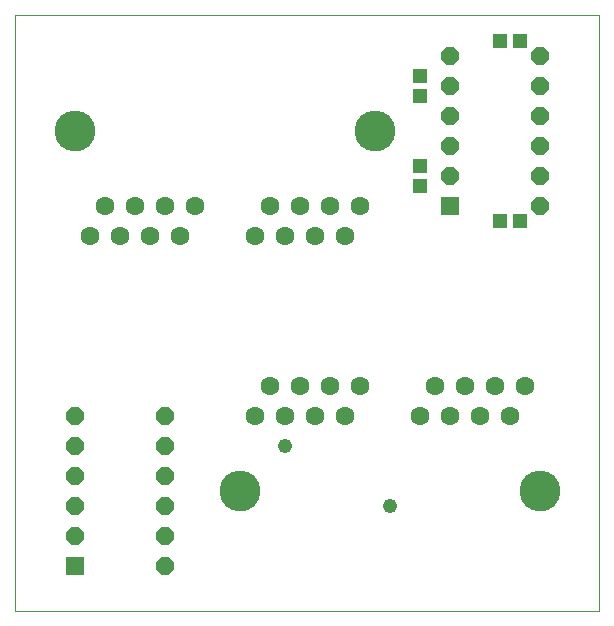
<source format=gts>
G75*
G70*
%OFA0B0*%
%FSLAX24Y24*%
%IPPOS*%
%LPD*%
%AMOC8*
5,1,8,0,0,1.08239X$1,22.5*
%
%ADD10C,0.0000*%
%ADD11C,0.0630*%
%ADD12C,0.1360*%
%ADD13OC8,0.0595*%
%ADD14R,0.0595X0.0595*%
%ADD15R,0.0474X0.0513*%
%ADD16R,0.0513X0.0474*%
%ADD17C,0.0480*%
D10*
X000100Y000250D02*
X000100Y020120D01*
X019592Y020120D01*
X019592Y000250D01*
X000100Y000250D01*
X006960Y004250D02*
X006962Y004300D01*
X006968Y004350D01*
X006978Y004399D01*
X006991Y004448D01*
X007009Y004495D01*
X007030Y004541D01*
X007054Y004584D01*
X007082Y004626D01*
X007113Y004666D01*
X007147Y004703D01*
X007184Y004737D01*
X007224Y004768D01*
X007266Y004796D01*
X007309Y004820D01*
X007355Y004841D01*
X007402Y004859D01*
X007451Y004872D01*
X007500Y004882D01*
X007550Y004888D01*
X007600Y004890D01*
X007650Y004888D01*
X007700Y004882D01*
X007749Y004872D01*
X007798Y004859D01*
X007845Y004841D01*
X007891Y004820D01*
X007934Y004796D01*
X007976Y004768D01*
X008016Y004737D01*
X008053Y004703D01*
X008087Y004666D01*
X008118Y004626D01*
X008146Y004584D01*
X008170Y004541D01*
X008191Y004495D01*
X008209Y004448D01*
X008222Y004399D01*
X008232Y004350D01*
X008238Y004300D01*
X008240Y004250D01*
X008238Y004200D01*
X008232Y004150D01*
X008222Y004101D01*
X008209Y004052D01*
X008191Y004005D01*
X008170Y003959D01*
X008146Y003916D01*
X008118Y003874D01*
X008087Y003834D01*
X008053Y003797D01*
X008016Y003763D01*
X007976Y003732D01*
X007934Y003704D01*
X007891Y003680D01*
X007845Y003659D01*
X007798Y003641D01*
X007749Y003628D01*
X007700Y003618D01*
X007650Y003612D01*
X007600Y003610D01*
X007550Y003612D01*
X007500Y003618D01*
X007451Y003628D01*
X007402Y003641D01*
X007355Y003659D01*
X007309Y003680D01*
X007266Y003704D01*
X007224Y003732D01*
X007184Y003763D01*
X007147Y003797D01*
X007113Y003834D01*
X007082Y003874D01*
X007054Y003916D01*
X007030Y003959D01*
X007009Y004005D01*
X006991Y004052D01*
X006978Y004101D01*
X006968Y004150D01*
X006962Y004200D01*
X006960Y004250D01*
X016960Y004250D02*
X016962Y004300D01*
X016968Y004350D01*
X016978Y004399D01*
X016991Y004448D01*
X017009Y004495D01*
X017030Y004541D01*
X017054Y004584D01*
X017082Y004626D01*
X017113Y004666D01*
X017147Y004703D01*
X017184Y004737D01*
X017224Y004768D01*
X017266Y004796D01*
X017309Y004820D01*
X017355Y004841D01*
X017402Y004859D01*
X017451Y004872D01*
X017500Y004882D01*
X017550Y004888D01*
X017600Y004890D01*
X017650Y004888D01*
X017700Y004882D01*
X017749Y004872D01*
X017798Y004859D01*
X017845Y004841D01*
X017891Y004820D01*
X017934Y004796D01*
X017976Y004768D01*
X018016Y004737D01*
X018053Y004703D01*
X018087Y004666D01*
X018118Y004626D01*
X018146Y004584D01*
X018170Y004541D01*
X018191Y004495D01*
X018209Y004448D01*
X018222Y004399D01*
X018232Y004350D01*
X018238Y004300D01*
X018240Y004250D01*
X018238Y004200D01*
X018232Y004150D01*
X018222Y004101D01*
X018209Y004052D01*
X018191Y004005D01*
X018170Y003959D01*
X018146Y003916D01*
X018118Y003874D01*
X018087Y003834D01*
X018053Y003797D01*
X018016Y003763D01*
X017976Y003732D01*
X017934Y003704D01*
X017891Y003680D01*
X017845Y003659D01*
X017798Y003641D01*
X017749Y003628D01*
X017700Y003618D01*
X017650Y003612D01*
X017600Y003610D01*
X017550Y003612D01*
X017500Y003618D01*
X017451Y003628D01*
X017402Y003641D01*
X017355Y003659D01*
X017309Y003680D01*
X017266Y003704D01*
X017224Y003732D01*
X017184Y003763D01*
X017147Y003797D01*
X017113Y003834D01*
X017082Y003874D01*
X017054Y003916D01*
X017030Y003959D01*
X017009Y004005D01*
X016991Y004052D01*
X016978Y004101D01*
X016968Y004150D01*
X016962Y004200D01*
X016960Y004250D01*
X011460Y016250D02*
X011462Y016300D01*
X011468Y016350D01*
X011478Y016399D01*
X011491Y016448D01*
X011509Y016495D01*
X011530Y016541D01*
X011554Y016584D01*
X011582Y016626D01*
X011613Y016666D01*
X011647Y016703D01*
X011684Y016737D01*
X011724Y016768D01*
X011766Y016796D01*
X011809Y016820D01*
X011855Y016841D01*
X011902Y016859D01*
X011951Y016872D01*
X012000Y016882D01*
X012050Y016888D01*
X012100Y016890D01*
X012150Y016888D01*
X012200Y016882D01*
X012249Y016872D01*
X012298Y016859D01*
X012345Y016841D01*
X012391Y016820D01*
X012434Y016796D01*
X012476Y016768D01*
X012516Y016737D01*
X012553Y016703D01*
X012587Y016666D01*
X012618Y016626D01*
X012646Y016584D01*
X012670Y016541D01*
X012691Y016495D01*
X012709Y016448D01*
X012722Y016399D01*
X012732Y016350D01*
X012738Y016300D01*
X012740Y016250D01*
X012738Y016200D01*
X012732Y016150D01*
X012722Y016101D01*
X012709Y016052D01*
X012691Y016005D01*
X012670Y015959D01*
X012646Y015916D01*
X012618Y015874D01*
X012587Y015834D01*
X012553Y015797D01*
X012516Y015763D01*
X012476Y015732D01*
X012434Y015704D01*
X012391Y015680D01*
X012345Y015659D01*
X012298Y015641D01*
X012249Y015628D01*
X012200Y015618D01*
X012150Y015612D01*
X012100Y015610D01*
X012050Y015612D01*
X012000Y015618D01*
X011951Y015628D01*
X011902Y015641D01*
X011855Y015659D01*
X011809Y015680D01*
X011766Y015704D01*
X011724Y015732D01*
X011684Y015763D01*
X011647Y015797D01*
X011613Y015834D01*
X011582Y015874D01*
X011554Y015916D01*
X011530Y015959D01*
X011509Y016005D01*
X011491Y016052D01*
X011478Y016101D01*
X011468Y016150D01*
X011462Y016200D01*
X011460Y016250D01*
X001460Y016250D02*
X001462Y016300D01*
X001468Y016350D01*
X001478Y016399D01*
X001491Y016448D01*
X001509Y016495D01*
X001530Y016541D01*
X001554Y016584D01*
X001582Y016626D01*
X001613Y016666D01*
X001647Y016703D01*
X001684Y016737D01*
X001724Y016768D01*
X001766Y016796D01*
X001809Y016820D01*
X001855Y016841D01*
X001902Y016859D01*
X001951Y016872D01*
X002000Y016882D01*
X002050Y016888D01*
X002100Y016890D01*
X002150Y016888D01*
X002200Y016882D01*
X002249Y016872D01*
X002298Y016859D01*
X002345Y016841D01*
X002391Y016820D01*
X002434Y016796D01*
X002476Y016768D01*
X002516Y016737D01*
X002553Y016703D01*
X002587Y016666D01*
X002618Y016626D01*
X002646Y016584D01*
X002670Y016541D01*
X002691Y016495D01*
X002709Y016448D01*
X002722Y016399D01*
X002732Y016350D01*
X002738Y016300D01*
X002740Y016250D01*
X002738Y016200D01*
X002732Y016150D01*
X002722Y016101D01*
X002709Y016052D01*
X002691Y016005D01*
X002670Y015959D01*
X002646Y015916D01*
X002618Y015874D01*
X002587Y015834D01*
X002553Y015797D01*
X002516Y015763D01*
X002476Y015732D01*
X002434Y015704D01*
X002391Y015680D01*
X002345Y015659D01*
X002298Y015641D01*
X002249Y015628D01*
X002200Y015618D01*
X002150Y015612D01*
X002100Y015610D01*
X002050Y015612D01*
X002000Y015618D01*
X001951Y015628D01*
X001902Y015641D01*
X001855Y015659D01*
X001809Y015680D01*
X001766Y015704D01*
X001724Y015732D01*
X001684Y015763D01*
X001647Y015797D01*
X001613Y015834D01*
X001582Y015874D01*
X001554Y015916D01*
X001530Y015959D01*
X001509Y016005D01*
X001491Y016052D01*
X001478Y016101D01*
X001468Y016150D01*
X001462Y016200D01*
X001460Y016250D01*
D11*
X003100Y013750D03*
X004100Y013750D03*
X005100Y013750D03*
X006100Y013750D03*
X005600Y012750D03*
X004600Y012750D03*
X003600Y012750D03*
X002600Y012750D03*
X008100Y012750D03*
X009100Y012750D03*
X010100Y012750D03*
X011100Y012750D03*
X010600Y013750D03*
X009600Y013750D03*
X008600Y013750D03*
X011600Y013750D03*
X011600Y007750D03*
X010600Y007750D03*
X009600Y007750D03*
X008600Y007750D03*
X008100Y006750D03*
X009100Y006750D03*
X010100Y006750D03*
X011100Y006750D03*
X013600Y006750D03*
X014600Y006750D03*
X014100Y007750D03*
X015100Y007750D03*
X016100Y007750D03*
X017100Y007750D03*
X016600Y006750D03*
X015600Y006750D03*
D12*
X017600Y004250D03*
X007600Y004250D03*
X012100Y016250D03*
X002100Y016250D03*
D13*
X002100Y006750D03*
X002100Y005750D03*
X002100Y004750D03*
X002100Y003750D03*
X002100Y002750D03*
X005100Y002750D03*
X005100Y001750D03*
X005100Y003750D03*
X005100Y004750D03*
X005100Y005750D03*
X005100Y006750D03*
X014600Y014750D03*
X014600Y015750D03*
X014600Y016750D03*
X014600Y017750D03*
X014600Y018750D03*
X017600Y018750D03*
X017600Y017750D03*
X017600Y016750D03*
X017600Y015750D03*
X017600Y014750D03*
X017600Y013750D03*
D14*
X014600Y013750D03*
X002100Y001750D03*
D15*
X016265Y013250D03*
X016935Y013250D03*
X016935Y019250D03*
X016265Y019250D03*
D16*
X013600Y018085D03*
X013600Y017415D03*
X013600Y015085D03*
X013600Y014415D03*
D17*
X009100Y005750D03*
X012600Y003750D03*
M02*

</source>
